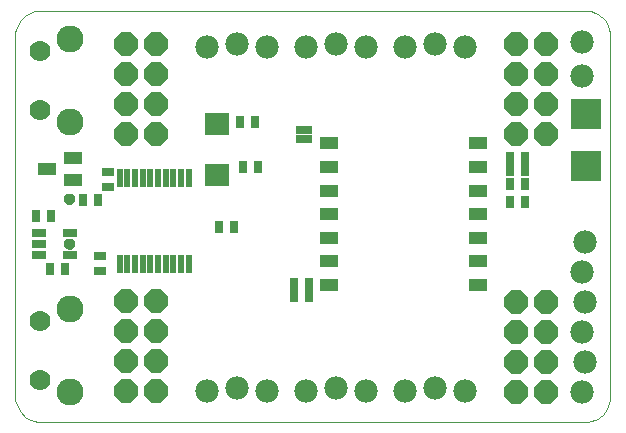
<source format=gbs>
G75*
%MOIN*%
%OFA0B0*%
%FSLAX25Y25*%
%IPPOS*%
%LPD*%
%AMOC8*
5,1,8,0,0,1.08239X$1,22.5*
%
%ADD10C,0.00394*%
%ADD11C,0.07800*%
%ADD12C,0.00000*%
%ADD13C,0.03746*%
%ADD14OC8,0.07800*%
%ADD15R,0.01975X0.06306*%
%ADD16R,0.08400X0.07400*%
%ADD17R,0.03156X0.03943*%
%ADD18R,0.03943X0.03156*%
%ADD19R,0.06306X0.04337*%
%ADD20R,0.05400X0.02900*%
%ADD21C,0.09000*%
%ADD22C,0.07000*%
%ADD23R,0.05124X0.02762*%
%ADD24R,0.05912X0.04337*%
%ADD25R,0.09849X0.09849*%
D10*
X0013852Y0009142D02*
X0013224Y0010066D01*
X0012790Y0011090D01*
X0012356Y0012115D01*
X0012115Y0013241D01*
X0012115Y0135651D01*
X0012356Y0136777D01*
X0012790Y0137802D01*
X0013224Y0138826D01*
X0013852Y0139750D01*
X0014628Y0140525D01*
X0015404Y0141301D01*
X0016327Y0141929D01*
X0017352Y0142363D01*
X0018377Y0142798D01*
X0019503Y0143038D01*
X0202967Y0143038D01*
X0204094Y0142798D01*
X0205119Y0142363D01*
X0206143Y0141929D01*
X0207067Y0141301D01*
X0207843Y0140525D01*
X0208619Y0139750D01*
X0209247Y0138826D01*
X0209681Y0137802D01*
X0210115Y0136777D01*
X0210355Y0135651D01*
X0210355Y0013241D01*
X0210115Y0012115D01*
X0209681Y0011090D01*
X0209247Y0010066D01*
X0208619Y0009142D01*
X0207843Y0008366D01*
X0207067Y0007591D01*
X0206143Y0006962D01*
X0205119Y0006528D01*
X0204094Y0006094D01*
X0202967Y0005854D01*
X0019503Y0005854D01*
X0018377Y0006094D01*
X0017352Y0006528D01*
X0016327Y0006962D01*
X0015404Y0007591D01*
X0013852Y0009142D01*
D11*
X0075846Y0016300D03*
X0085846Y0017300D03*
X0095846Y0016300D03*
X0108846Y0016300D03*
X0118846Y0017300D03*
X0128846Y0016300D03*
X0141846Y0016300D03*
X0151846Y0017300D03*
X0161846Y0016300D03*
X0200846Y0015800D03*
X0201846Y0025800D03*
X0200846Y0035800D03*
X0201846Y0045800D03*
X0200846Y0055800D03*
X0201846Y0065800D03*
X0200846Y0121100D03*
X0200846Y0132500D03*
X0161846Y0130800D03*
X0151846Y0131800D03*
X0141846Y0130800D03*
X0128846Y0130800D03*
X0118846Y0131800D03*
X0108846Y0130800D03*
X0095846Y0130800D03*
X0085846Y0131800D03*
X0075846Y0130800D03*
D12*
X0028335Y0080280D02*
X0028337Y0080361D01*
X0028343Y0080443D01*
X0028353Y0080524D01*
X0028367Y0080604D01*
X0028384Y0080683D01*
X0028406Y0080762D01*
X0028431Y0080839D01*
X0028460Y0080916D01*
X0028493Y0080990D01*
X0028530Y0081063D01*
X0028569Y0081134D01*
X0028613Y0081203D01*
X0028659Y0081270D01*
X0028709Y0081334D01*
X0028762Y0081396D01*
X0028818Y0081456D01*
X0028876Y0081512D01*
X0028938Y0081566D01*
X0029002Y0081617D01*
X0029068Y0081664D01*
X0029136Y0081708D01*
X0029207Y0081749D01*
X0029279Y0081786D01*
X0029354Y0081820D01*
X0029429Y0081850D01*
X0029507Y0081876D01*
X0029585Y0081899D01*
X0029664Y0081917D01*
X0029744Y0081932D01*
X0029825Y0081943D01*
X0029906Y0081950D01*
X0029988Y0081953D01*
X0030069Y0081952D01*
X0030150Y0081947D01*
X0030231Y0081938D01*
X0030312Y0081925D01*
X0030392Y0081908D01*
X0030470Y0081888D01*
X0030548Y0081863D01*
X0030625Y0081835D01*
X0030700Y0081803D01*
X0030773Y0081768D01*
X0030844Y0081729D01*
X0030914Y0081686D01*
X0030981Y0081641D01*
X0031047Y0081592D01*
X0031109Y0081540D01*
X0031169Y0081484D01*
X0031226Y0081426D01*
X0031281Y0081366D01*
X0031332Y0081302D01*
X0031380Y0081237D01*
X0031425Y0081169D01*
X0031467Y0081099D01*
X0031505Y0081027D01*
X0031540Y0080953D01*
X0031571Y0080878D01*
X0031598Y0080801D01*
X0031621Y0080723D01*
X0031641Y0080644D01*
X0031657Y0080564D01*
X0031669Y0080483D01*
X0031677Y0080402D01*
X0031681Y0080321D01*
X0031681Y0080239D01*
X0031677Y0080158D01*
X0031669Y0080077D01*
X0031657Y0079996D01*
X0031641Y0079916D01*
X0031621Y0079837D01*
X0031598Y0079759D01*
X0031571Y0079682D01*
X0031540Y0079607D01*
X0031505Y0079533D01*
X0031467Y0079461D01*
X0031425Y0079391D01*
X0031380Y0079323D01*
X0031332Y0079258D01*
X0031281Y0079194D01*
X0031226Y0079134D01*
X0031169Y0079076D01*
X0031109Y0079020D01*
X0031047Y0078968D01*
X0030981Y0078919D01*
X0030914Y0078874D01*
X0030845Y0078831D01*
X0030773Y0078792D01*
X0030700Y0078757D01*
X0030625Y0078725D01*
X0030548Y0078697D01*
X0030470Y0078672D01*
X0030392Y0078652D01*
X0030312Y0078635D01*
X0030231Y0078622D01*
X0030150Y0078613D01*
X0030069Y0078608D01*
X0029988Y0078607D01*
X0029906Y0078610D01*
X0029825Y0078617D01*
X0029744Y0078628D01*
X0029664Y0078643D01*
X0029585Y0078661D01*
X0029507Y0078684D01*
X0029429Y0078710D01*
X0029354Y0078740D01*
X0029279Y0078774D01*
X0029207Y0078811D01*
X0029136Y0078852D01*
X0029068Y0078896D01*
X0029002Y0078943D01*
X0028938Y0078994D01*
X0028876Y0079048D01*
X0028818Y0079104D01*
X0028762Y0079164D01*
X0028709Y0079226D01*
X0028659Y0079290D01*
X0028613Y0079357D01*
X0028569Y0079426D01*
X0028530Y0079497D01*
X0028493Y0079570D01*
X0028460Y0079644D01*
X0028431Y0079721D01*
X0028406Y0079798D01*
X0028384Y0079877D01*
X0028367Y0079956D01*
X0028353Y0080036D01*
X0028343Y0080117D01*
X0028337Y0080199D01*
X0028335Y0080280D01*
X0028335Y0065320D02*
X0028337Y0065401D01*
X0028343Y0065483D01*
X0028353Y0065564D01*
X0028367Y0065644D01*
X0028384Y0065723D01*
X0028406Y0065802D01*
X0028431Y0065879D01*
X0028460Y0065956D01*
X0028493Y0066030D01*
X0028530Y0066103D01*
X0028569Y0066174D01*
X0028613Y0066243D01*
X0028659Y0066310D01*
X0028709Y0066374D01*
X0028762Y0066436D01*
X0028818Y0066496D01*
X0028876Y0066552D01*
X0028938Y0066606D01*
X0029002Y0066657D01*
X0029068Y0066704D01*
X0029136Y0066748D01*
X0029207Y0066789D01*
X0029279Y0066826D01*
X0029354Y0066860D01*
X0029429Y0066890D01*
X0029507Y0066916D01*
X0029585Y0066939D01*
X0029664Y0066957D01*
X0029744Y0066972D01*
X0029825Y0066983D01*
X0029906Y0066990D01*
X0029988Y0066993D01*
X0030069Y0066992D01*
X0030150Y0066987D01*
X0030231Y0066978D01*
X0030312Y0066965D01*
X0030392Y0066948D01*
X0030470Y0066928D01*
X0030548Y0066903D01*
X0030625Y0066875D01*
X0030700Y0066843D01*
X0030773Y0066808D01*
X0030844Y0066769D01*
X0030914Y0066726D01*
X0030981Y0066681D01*
X0031047Y0066632D01*
X0031109Y0066580D01*
X0031169Y0066524D01*
X0031226Y0066466D01*
X0031281Y0066406D01*
X0031332Y0066342D01*
X0031380Y0066277D01*
X0031425Y0066209D01*
X0031467Y0066139D01*
X0031505Y0066067D01*
X0031540Y0065993D01*
X0031571Y0065918D01*
X0031598Y0065841D01*
X0031621Y0065763D01*
X0031641Y0065684D01*
X0031657Y0065604D01*
X0031669Y0065523D01*
X0031677Y0065442D01*
X0031681Y0065361D01*
X0031681Y0065279D01*
X0031677Y0065198D01*
X0031669Y0065117D01*
X0031657Y0065036D01*
X0031641Y0064956D01*
X0031621Y0064877D01*
X0031598Y0064799D01*
X0031571Y0064722D01*
X0031540Y0064647D01*
X0031505Y0064573D01*
X0031467Y0064501D01*
X0031425Y0064431D01*
X0031380Y0064363D01*
X0031332Y0064298D01*
X0031281Y0064234D01*
X0031226Y0064174D01*
X0031169Y0064116D01*
X0031109Y0064060D01*
X0031047Y0064008D01*
X0030981Y0063959D01*
X0030914Y0063914D01*
X0030845Y0063871D01*
X0030773Y0063832D01*
X0030700Y0063797D01*
X0030625Y0063765D01*
X0030548Y0063737D01*
X0030470Y0063712D01*
X0030392Y0063692D01*
X0030312Y0063675D01*
X0030231Y0063662D01*
X0030150Y0063653D01*
X0030069Y0063648D01*
X0029988Y0063647D01*
X0029906Y0063650D01*
X0029825Y0063657D01*
X0029744Y0063668D01*
X0029664Y0063683D01*
X0029585Y0063701D01*
X0029507Y0063724D01*
X0029429Y0063750D01*
X0029354Y0063780D01*
X0029279Y0063814D01*
X0029207Y0063851D01*
X0029136Y0063892D01*
X0029068Y0063936D01*
X0029002Y0063983D01*
X0028938Y0064034D01*
X0028876Y0064088D01*
X0028818Y0064144D01*
X0028762Y0064204D01*
X0028709Y0064266D01*
X0028659Y0064330D01*
X0028613Y0064397D01*
X0028569Y0064466D01*
X0028530Y0064537D01*
X0028493Y0064610D01*
X0028460Y0064684D01*
X0028431Y0064761D01*
X0028406Y0064838D01*
X0028384Y0064917D01*
X0028367Y0064996D01*
X0028353Y0065076D01*
X0028343Y0065157D01*
X0028337Y0065239D01*
X0028335Y0065320D01*
D13*
X0030008Y0065320D03*
X0030008Y0080280D03*
D14*
X0048846Y0101800D03*
X0058846Y0101800D03*
X0058846Y0111800D03*
X0048846Y0111800D03*
X0048846Y0121800D03*
X0058846Y0121800D03*
X0058846Y0131800D03*
X0048846Y0131800D03*
X0048846Y0046300D03*
X0058846Y0046300D03*
X0058846Y0036300D03*
X0048846Y0036300D03*
X0048846Y0026300D03*
X0058846Y0026300D03*
X0058846Y0016300D03*
X0048846Y0016300D03*
X0178846Y0015800D03*
X0188846Y0015800D03*
X0188846Y0025800D03*
X0178846Y0025800D03*
X0178846Y0035800D03*
X0188846Y0035800D03*
X0188846Y0045800D03*
X0178846Y0045800D03*
X0178846Y0101800D03*
X0188846Y0101800D03*
X0188846Y0111800D03*
X0178846Y0111800D03*
X0178846Y0121800D03*
X0188846Y0121800D03*
X0188846Y0131800D03*
X0178846Y0131800D03*
D15*
X0069862Y0087072D03*
X0067303Y0087072D03*
X0064744Y0087072D03*
X0062185Y0087072D03*
X0059626Y0087072D03*
X0057067Y0087072D03*
X0054508Y0087072D03*
X0051949Y0087072D03*
X0049390Y0087072D03*
X0046831Y0087072D03*
X0046831Y0058528D03*
X0049390Y0058528D03*
X0051949Y0058528D03*
X0054508Y0058528D03*
X0057067Y0058528D03*
X0059626Y0058528D03*
X0062185Y0058528D03*
X0064744Y0058528D03*
X0067303Y0058528D03*
X0069862Y0058528D03*
D16*
X0079346Y0088300D03*
X0079346Y0105300D03*
D17*
X0086787Y0105800D03*
X0091906Y0105800D03*
X0092906Y0090800D03*
X0087787Y0090800D03*
X0084906Y0070800D03*
X0079787Y0070800D03*
X0104787Y0051800D03*
X0104787Y0047800D03*
X0109906Y0047800D03*
X0109906Y0051800D03*
X0176787Y0079300D03*
X0181906Y0079300D03*
X0181906Y0085300D03*
X0176787Y0085300D03*
X0176787Y0089800D03*
X0176787Y0093800D03*
X0181906Y0093800D03*
X0181906Y0089800D03*
X0039606Y0079800D03*
X0034487Y0079800D03*
X0024106Y0074600D03*
X0018987Y0074600D03*
X0023587Y0056900D03*
X0028706Y0056900D03*
D18*
X0040346Y0056241D03*
X0040346Y0061359D03*
X0042846Y0084241D03*
X0042846Y0089359D03*
D19*
X0116559Y0090918D03*
X0116559Y0098792D03*
X0116559Y0083044D03*
X0116559Y0075170D03*
X0116559Y0067296D03*
X0116559Y0059422D03*
X0116559Y0051548D03*
X0166165Y0051548D03*
X0166165Y0059422D03*
X0166165Y0067296D03*
X0166165Y0075170D03*
X0166165Y0083044D03*
X0166165Y0090918D03*
X0166165Y0098792D03*
D20*
X0108346Y0100175D03*
X0108346Y0103378D03*
D21*
X0030189Y0106020D03*
X0030189Y0133580D03*
X0030189Y0043580D03*
X0030189Y0016020D03*
D22*
X0020346Y0019957D03*
X0020346Y0039643D03*
X0020346Y0109957D03*
X0020346Y0129643D03*
D23*
X0019905Y0069040D03*
X0019905Y0065300D03*
X0019905Y0061560D03*
X0030188Y0061560D03*
X0030188Y0069040D03*
D24*
X0031377Y0086460D03*
X0022716Y0090200D03*
X0031377Y0093940D03*
D25*
X0202446Y0091339D03*
X0202446Y0108661D03*
M02*

</source>
